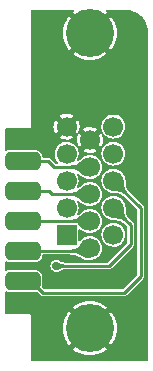
<source format=gbr>
G04 #@! TF.GenerationSoftware,KiCad,Pcbnew,(6.0.6-0)*
G04 #@! TF.CreationDate,2023-01-05T22:25:42-05:00*
G04 #@! TF.ProjectId,10DIN2VGA VGA Board,31304449-4e32-4564-9741-205647412042,1*
G04 #@! TF.SameCoordinates,Original*
G04 #@! TF.FileFunction,Copper,L2,Bot*
G04 #@! TF.FilePolarity,Positive*
%FSLAX46Y46*%
G04 Gerber Fmt 4.6, Leading zero omitted, Abs format (unit mm)*
G04 Created by KiCad (PCBNEW (6.0.6-0)) date 2023-01-05 22:25:42*
%MOMM*%
%LPD*%
G01*
G04 APERTURE LIST*
G04 Aperture macros list*
%AMRoundRect*
0 Rectangle with rounded corners*
0 $1 Rounding radius*
0 $2 $3 $4 $5 $6 $7 $8 $9 X,Y pos of 4 corners*
0 Add a 4 corners polygon primitive as box body*
4,1,4,$2,$3,$4,$5,$6,$7,$8,$9,$2,$3,0*
0 Add four circle primitives for the rounded corners*
1,1,$1+$1,$2,$3*
1,1,$1+$1,$4,$5*
1,1,$1+$1,$6,$7*
1,1,$1+$1,$8,$9*
0 Add four rect primitives between the rounded corners*
20,1,$1+$1,$2,$3,$4,$5,0*
20,1,$1+$1,$4,$5,$6,$7,0*
20,1,$1+$1,$6,$7,$8,$9,0*
20,1,$1+$1,$8,$9,$2,$3,0*%
G04 Aperture macros list end*
G04 #@! TA.AperFunction,SMDPad,CuDef*
%ADD10RoundRect,0.381000X-1.119000X-0.381000X1.119000X-0.381000X1.119000X0.381000X-1.119000X0.381000X0*%
G04 #@! TD*
G04 #@! TA.AperFunction,ComponentPad*
%ADD11R,1.700000X1.700000*%
G04 #@! TD*
G04 #@! TA.AperFunction,ComponentPad*
%ADD12C,1.700000*%
G04 #@! TD*
G04 #@! TA.AperFunction,ComponentPad*
%ADD13C,4.066000*%
G04 #@! TD*
G04 #@! TA.AperFunction,ViaPad*
%ADD14C,0.700000*%
G04 #@! TD*
G04 #@! TA.AperFunction,Conductor*
%ADD15C,0.250000*%
G04 #@! TD*
G04 APERTURE END LIST*
D10*
X139450000Y-113230000D03*
X139450000Y-103070000D03*
X139450000Y-110690000D03*
X139450000Y-105610000D03*
X139450000Y-108150000D03*
D11*
X143170000Y-109305000D03*
D12*
X143170000Y-107015000D03*
X143170000Y-104725000D03*
X143170000Y-102435000D03*
X143170000Y-100145000D03*
X145150000Y-110450000D03*
X145150000Y-108160000D03*
X145150000Y-105870000D03*
X145150000Y-103580000D03*
X145150000Y-101290000D03*
X147130000Y-109305000D03*
X147130000Y-107015000D03*
X147130000Y-104725000D03*
X147130000Y-102435000D03*
X147130000Y-100145000D03*
D13*
X145150000Y-92230000D03*
X145150000Y-117220000D03*
D14*
X142310000Y-111950000D03*
D15*
X147130000Y-104720000D02*
X149440000Y-107030000D01*
X141140001Y-114200000D02*
X140170001Y-113230000D01*
X149440000Y-107030000D02*
X149440000Y-112821721D01*
X149440000Y-112821721D02*
X148061721Y-114200000D01*
X148061721Y-114200000D02*
X141140001Y-114200000D01*
X140170001Y-113230000D02*
X139450000Y-113230000D01*
X148600000Y-108480000D02*
X147130000Y-107010000D01*
X148600000Y-110110000D02*
X148600000Y-108480000D01*
X142310000Y-111950000D02*
X146760000Y-111950000D01*
X146760000Y-111950000D02*
X148600000Y-110110000D01*
X142080000Y-103580000D02*
X145150000Y-103580000D01*
X141570000Y-103070000D02*
X142080000Y-103580000D01*
X139450000Y-103070000D02*
X141570000Y-103070000D01*
X139000000Y-103070000D02*
X139510000Y-103580000D01*
X145150000Y-110450000D02*
X144910000Y-110690000D01*
X144910000Y-110690000D02*
X139450000Y-110690000D01*
X141660000Y-105610000D02*
X141920000Y-105870000D01*
X141920000Y-105870000D02*
X145150000Y-105870000D01*
X141660000Y-105610000D02*
X139450000Y-105610000D01*
X145150000Y-108160000D02*
X139460000Y-108160000D01*
X139460000Y-108160000D02*
X139450000Y-108150000D01*
G04 #@! TA.AperFunction,Conductor*
G36*
X148190742Y-90272308D02*
G01*
X148200614Y-90274522D01*
X148209277Y-90272512D01*
X148218178Y-90272479D01*
X148218178Y-90272600D01*
X148226237Y-90271922D01*
X148437989Y-90284690D01*
X148448269Y-90285991D01*
X148513861Y-90298716D01*
X148676358Y-90330241D01*
X148686389Y-90332881D01*
X148786884Y-90366521D01*
X148906710Y-90406632D01*
X148916299Y-90410559D01*
X148990032Y-90446578D01*
X149125064Y-90512543D01*
X149134065Y-90517698D01*
X149327658Y-90646149D01*
X149335906Y-90652439D01*
X149511009Y-90805154D01*
X149518359Y-90812467D01*
X149654099Y-90966552D01*
X149671943Y-90986807D01*
X149678273Y-90995023D01*
X149807688Y-91187977D01*
X149812888Y-91196953D01*
X149915906Y-91405199D01*
X149919882Y-91414768D01*
X149994734Y-91634736D01*
X149997421Y-91644746D01*
X150042806Y-91872615D01*
X150044158Y-91882885D01*
X150057946Y-92094057D01*
X150057299Y-92102065D01*
X150057495Y-92102065D01*
X150057475Y-92110960D01*
X150055477Y-92119631D01*
X150057437Y-92128311D01*
X150057665Y-92129322D01*
X150059605Y-92146720D01*
X150059501Y-119890500D01*
X150041018Y-119941280D01*
X149994219Y-119968300D01*
X149980501Y-119969500D01*
X140239500Y-119969500D01*
X140188720Y-119951018D01*
X140161700Y-119904218D01*
X140160500Y-119890500D01*
X140160500Y-119003422D01*
X143725626Y-119003422D01*
X143727022Y-119008633D01*
X143755270Y-119033406D01*
X143759368Y-119036551D01*
X144003898Y-119199941D01*
X144008370Y-119202523D01*
X144272136Y-119332597D01*
X144276915Y-119334577D01*
X144555388Y-119429106D01*
X144560394Y-119430447D01*
X144848832Y-119487821D01*
X144853949Y-119488495D01*
X145147422Y-119507730D01*
X145152578Y-119507730D01*
X145446051Y-119488495D01*
X145451168Y-119487821D01*
X145739606Y-119430447D01*
X145744612Y-119429106D01*
X146023085Y-119334577D01*
X146027864Y-119332597D01*
X146291630Y-119202523D01*
X146296102Y-119199941D01*
X146540632Y-119036551D01*
X146544730Y-119033406D01*
X146568952Y-119012164D01*
X146574414Y-119002207D01*
X146573361Y-118996915D01*
X145159851Y-117583404D01*
X145149557Y-117578604D01*
X145143263Y-117580290D01*
X143730426Y-118993128D01*
X143725626Y-119003422D01*
X140160500Y-119003422D01*
X140160500Y-117222578D01*
X142862270Y-117222578D01*
X142881505Y-117516051D01*
X142882179Y-117521168D01*
X142939553Y-117809606D01*
X142940894Y-117814612D01*
X143035423Y-118093085D01*
X143037403Y-118097864D01*
X143167477Y-118361629D01*
X143170059Y-118366102D01*
X143333449Y-118610632D01*
X143336594Y-118614730D01*
X143357836Y-118638952D01*
X143367793Y-118644414D01*
X143373085Y-118643361D01*
X144786596Y-117229851D01*
X144790983Y-117220443D01*
X145508604Y-117220443D01*
X145510290Y-117226737D01*
X146923128Y-118639574D01*
X146933422Y-118644374D01*
X146938633Y-118642978D01*
X146963406Y-118614730D01*
X146966551Y-118610632D01*
X147129941Y-118366102D01*
X147132523Y-118361629D01*
X147262597Y-118097864D01*
X147264577Y-118093085D01*
X147359106Y-117814612D01*
X147360447Y-117809606D01*
X147417821Y-117521168D01*
X147418495Y-117516051D01*
X147437730Y-117222578D01*
X147437730Y-117217422D01*
X147418495Y-116923949D01*
X147417821Y-116918832D01*
X147360447Y-116630394D01*
X147359106Y-116625388D01*
X147264577Y-116346915D01*
X147262597Y-116342136D01*
X147132523Y-116078371D01*
X147129941Y-116073898D01*
X146966551Y-115829368D01*
X146963406Y-115825270D01*
X146942164Y-115801048D01*
X146932207Y-115795586D01*
X146926915Y-115796639D01*
X145513404Y-117210149D01*
X145508604Y-117220443D01*
X144790983Y-117220443D01*
X144791396Y-117219557D01*
X144789710Y-117213263D01*
X143376872Y-115800426D01*
X143366578Y-115795626D01*
X143361367Y-115797022D01*
X143336594Y-115825270D01*
X143333449Y-115829368D01*
X143170059Y-116073898D01*
X143167477Y-116078371D01*
X143037403Y-116342136D01*
X143035423Y-116346915D01*
X142940894Y-116625388D01*
X142939553Y-116630394D01*
X142882179Y-116918832D01*
X142881505Y-116923949D01*
X142862270Y-117217422D01*
X142862270Y-117222578D01*
X140160500Y-117222578D01*
X140160500Y-116225198D01*
X140160904Y-116218785D01*
X140164000Y-116210718D01*
X140161024Y-116184997D01*
X140160500Y-116175917D01*
X140160500Y-116170446D01*
X140159363Y-116165816D01*
X140159293Y-116165238D01*
X140157737Y-116156585D01*
X140156035Y-116141876D01*
X140156035Y-116141875D01*
X140154936Y-116132380D01*
X140149735Y-116124728D01*
X140149359Y-116123504D01*
X140148699Y-116122401D01*
X140146492Y-116113416D01*
X140130385Y-116095146D01*
X140124306Y-116087309D01*
X140115985Y-116075065D01*
X140115983Y-116075063D01*
X140110609Y-116067156D01*
X140102454Y-116062784D01*
X140101554Y-116061874D01*
X140100461Y-116061204D01*
X140094341Y-116054262D01*
X140085415Y-116050836D01*
X140085414Y-116050835D01*
X140071601Y-116045533D01*
X140062580Y-116041402D01*
X140047509Y-116033321D01*
X140047506Y-116033320D01*
X140041109Y-116029890D01*
X140038022Y-116029500D01*
X140035198Y-116029500D01*
X140028785Y-116029096D01*
X140020718Y-116026000D01*
X139995853Y-116028877D01*
X139994997Y-116028976D01*
X139985917Y-116029500D01*
X138049500Y-116029500D01*
X137998720Y-116011018D01*
X137971700Y-115964218D01*
X137970500Y-115950500D01*
X137970500Y-115437793D01*
X143725586Y-115437793D01*
X143726639Y-115443085D01*
X145140149Y-116856596D01*
X145150443Y-116861396D01*
X145156737Y-116859710D01*
X146569574Y-115446872D01*
X146574374Y-115436578D01*
X146572978Y-115431367D01*
X146544730Y-115406594D01*
X146540632Y-115403449D01*
X146296102Y-115240059D01*
X146291630Y-115237477D01*
X146027864Y-115107403D01*
X146023085Y-115105423D01*
X145744612Y-115010894D01*
X145739606Y-115009553D01*
X145451168Y-114952179D01*
X145446051Y-114951505D01*
X145152578Y-114932270D01*
X145147422Y-114932270D01*
X144853949Y-114951505D01*
X144848832Y-114952179D01*
X144560394Y-115009553D01*
X144555388Y-115010894D01*
X144276915Y-115105423D01*
X144272136Y-115107403D01*
X144008371Y-115237477D01*
X144003898Y-115240059D01*
X143759368Y-115403449D01*
X143755270Y-115406594D01*
X143731048Y-115427836D01*
X143725586Y-115437793D01*
X137970500Y-115437793D01*
X137970500Y-114166948D01*
X137988982Y-114116168D01*
X138035782Y-114089148D01*
X138078581Y-114093496D01*
X138195901Y-114139946D01*
X138195911Y-114139948D01*
X138200620Y-114141813D01*
X138205650Y-114142422D01*
X138205651Y-114142422D01*
X138219642Y-114144115D01*
X138288931Y-114152500D01*
X139449756Y-114152500D01*
X140611068Y-114152499D01*
X140642192Y-114148733D01*
X140694825Y-114160982D01*
X140707543Y-114171300D01*
X140901719Y-114365476D01*
X140904823Y-114369071D01*
X140906827Y-114373171D01*
X140912174Y-114378131D01*
X140941496Y-114405331D01*
X140943631Y-114407388D01*
X140956897Y-114420654D01*
X140959903Y-114422716D01*
X140961460Y-114424010D01*
X140964695Y-114426851D01*
X140984801Y-114445502D01*
X140991577Y-114448205D01*
X140991578Y-114448206D01*
X140996518Y-114450177D01*
X141011927Y-114458405D01*
X141016311Y-114461412D01*
X141022329Y-114465540D01*
X141029425Y-114467224D01*
X141029427Y-114467225D01*
X141048024Y-114471638D01*
X141059055Y-114475127D01*
X141072423Y-114480460D01*
X141083587Y-114484914D01*
X141089564Y-114485500D01*
X141097193Y-114485500D01*
X141115435Y-114487635D01*
X141125813Y-114490098D01*
X141133043Y-114489114D01*
X141133044Y-114489114D01*
X141154292Y-114486222D01*
X141164946Y-114485500D01*
X148010247Y-114485500D01*
X148014976Y-114485847D01*
X148019292Y-114487329D01*
X148066520Y-114485556D01*
X148069483Y-114485500D01*
X148088273Y-114485500D01*
X148091850Y-114484834D01*
X148093893Y-114484645D01*
X148098190Y-114484367D01*
X148118284Y-114483613D01*
X148118286Y-114483613D01*
X148125574Y-114483339D01*
X148137163Y-114478360D01*
X148153876Y-114473283D01*
X148159105Y-114472309D01*
X148159109Y-114472308D01*
X148166280Y-114470972D01*
X148188766Y-114457112D01*
X148199031Y-114451780D01*
X148213643Y-114445502D01*
X148223295Y-114441355D01*
X148227936Y-114437543D01*
X148233327Y-114432152D01*
X148247735Y-114420763D01*
X148250607Y-114418993D01*
X148250610Y-114418990D01*
X148256819Y-114415163D01*
X148274221Y-114392278D01*
X148281244Y-114384235D01*
X149605476Y-113060003D01*
X149609071Y-113056899D01*
X149613171Y-113054895D01*
X149645331Y-113020226D01*
X149647388Y-113018091D01*
X149660654Y-113004825D01*
X149662716Y-113001819D01*
X149664010Y-113000262D01*
X149666852Y-112997026D01*
X149680540Y-112982270D01*
X149685502Y-112976921D01*
X149690175Y-112965208D01*
X149698404Y-112949796D01*
X149705541Y-112939393D01*
X149711639Y-112913694D01*
X149715129Y-112902659D01*
X149724914Y-112878135D01*
X149725500Y-112872158D01*
X149725500Y-112864528D01*
X149727635Y-112846287D01*
X149728413Y-112843008D01*
X149730098Y-112835909D01*
X149726222Y-112807430D01*
X149725500Y-112796776D01*
X149725500Y-107081473D01*
X149725847Y-107076744D01*
X149727329Y-107072428D01*
X149725556Y-107025200D01*
X149725500Y-107022237D01*
X149725500Y-107003448D01*
X149724834Y-106999871D01*
X149724645Y-106997828D01*
X149724367Y-106993531D01*
X149723613Y-106973437D01*
X149723613Y-106973435D01*
X149723339Y-106966147D01*
X149718360Y-106954558D01*
X149713283Y-106937845D01*
X149712309Y-106932616D01*
X149712308Y-106932612D01*
X149710972Y-106925441D01*
X149697112Y-106902955D01*
X149691780Y-106892690D01*
X149688420Y-106884869D01*
X149681355Y-106868426D01*
X149677543Y-106863785D01*
X149672152Y-106858394D01*
X149660763Y-106843986D01*
X149658993Y-106841114D01*
X149658990Y-106841111D01*
X149655163Y-106834902D01*
X149632642Y-106817777D01*
X149632278Y-106817500D01*
X149624235Y-106810477D01*
X148547006Y-105733248D01*
X148534998Y-105717820D01*
X148530865Y-105710882D01*
X148530863Y-105710880D01*
X148528882Y-105707554D01*
X148513457Y-105690443D01*
X148413001Y-105579012D01*
X148406854Y-105571271D01*
X148399951Y-105561361D01*
X148331094Y-105462514D01*
X148325172Y-105452516D01*
X148277888Y-105357349D01*
X148273425Y-105346365D01*
X148244135Y-105255212D01*
X148241717Y-105245693D01*
X148240418Y-105238808D01*
X148223181Y-105147464D01*
X148222302Y-105141600D01*
X148222275Y-105141356D01*
X148209598Y-105027916D01*
X148209457Y-105026539D01*
X148203767Y-104965633D01*
X148197399Y-104897481D01*
X148197121Y-104894751D01*
X148197081Y-104894388D01*
X148196754Y-104891633D01*
X148178823Y-104750660D01*
X148178440Y-104748013D01*
X148178050Y-104745326D01*
X148177995Y-104744946D01*
X148177861Y-104744123D01*
X148176786Y-104738202D01*
X148145822Y-104583680D01*
X148144134Y-104576165D01*
X148143872Y-104575114D01*
X148141856Y-104567757D01*
X148126904Y-104517724D01*
X148093443Y-104405761D01*
X148092764Y-104403489D01*
X148091820Y-104401318D01*
X148091816Y-104401308D01*
X148080760Y-104375891D01*
X148077575Y-104367214D01*
X148069890Y-104341761D01*
X148069890Y-104341760D01*
X148068774Y-104338065D01*
X148055125Y-104312394D01*
X148001381Y-104211318D01*
X147975739Y-104163092D01*
X147968919Y-104154729D01*
X147852930Y-104012514D01*
X147850490Y-104009522D01*
X147838415Y-103999532D01*
X147700773Y-103885665D01*
X147700772Y-103885664D01*
X147697798Y-103883204D01*
X147679979Y-103873569D01*
X147614948Y-103838407D01*
X147523479Y-103788950D01*
X147334172Y-103730350D01*
X147137089Y-103709636D01*
X147133243Y-103709986D01*
X147133242Y-103709986D01*
X147085597Y-103714322D01*
X146939735Y-103727596D01*
X146936028Y-103728687D01*
X146753338Y-103782456D01*
X146753335Y-103782457D01*
X146749629Y-103783548D01*
X146746202Y-103785340D01*
X146746201Y-103785340D01*
X146742284Y-103787388D01*
X146574010Y-103875359D01*
X146571003Y-103877777D01*
X146571001Y-103877778D01*
X146563285Y-103883982D01*
X146419570Y-103999532D01*
X146408677Y-104012514D01*
X146313766Y-104125625D01*
X146292189Y-104151339D01*
X146290327Y-104154727D01*
X146290325Y-104154729D01*
X146208099Y-104304298D01*
X146196720Y-104324996D01*
X146136800Y-104513889D01*
X146114710Y-104710823D01*
X146118095Y-104751134D01*
X146130155Y-104894751D01*
X146131292Y-104908297D01*
X146185915Y-105098790D01*
X146276498Y-105275045D01*
X146399590Y-105430348D01*
X146550504Y-105558786D01*
X146553878Y-105560672D01*
X146553880Y-105560673D01*
X146631462Y-105604032D01*
X146723490Y-105655465D01*
X146727152Y-105656655D01*
X146727157Y-105656657D01*
X146786082Y-105675802D01*
X146798040Y-105680806D01*
X146816618Y-105690443D01*
X146820353Y-105691525D01*
X146820352Y-105691525D01*
X146964330Y-105733248D01*
X146980883Y-105738045D01*
X146981360Y-105738171D01*
X146981370Y-105738174D01*
X146987907Y-105739904D01*
X146987924Y-105739908D01*
X146988331Y-105740016D01*
X146988716Y-105740108D01*
X146988758Y-105740119D01*
X146988934Y-105740161D01*
X146988958Y-105740167D01*
X146989377Y-105740267D01*
X146996748Y-105741860D01*
X146997196Y-105741946D01*
X146997210Y-105741949D01*
X147051743Y-105752433D01*
X147151242Y-105771562D01*
X147151508Y-105771608D01*
X147151528Y-105771612D01*
X147156692Y-105772511D01*
X147156718Y-105772515D01*
X147156975Y-105772560D01*
X147157789Y-105772687D01*
X147158169Y-105772739D01*
X147158173Y-105772740D01*
X147163238Y-105773439D01*
X147163288Y-105773445D01*
X147163575Y-105773485D01*
X147263165Y-105785441D01*
X147304345Y-105790385D01*
X147304367Y-105790388D01*
X147304529Y-105790407D01*
X147305458Y-105790512D01*
X147306811Y-105790665D01*
X147306831Y-105790667D01*
X147306857Y-105790670D01*
X147307090Y-105790695D01*
X147307121Y-105790698D01*
X147307134Y-105790699D01*
X147307207Y-105790707D01*
X147308981Y-105790878D01*
X147310012Y-105790978D01*
X147310053Y-105790982D01*
X147310201Y-105790996D01*
X147439082Y-105802256D01*
X147440506Y-105802394D01*
X147531187Y-105812078D01*
X147553725Y-105814485D01*
X147559696Y-105815354D01*
X147657427Y-105833420D01*
X147667043Y-105835830D01*
X147757661Y-105864694D01*
X147768736Y-105869170D01*
X147863368Y-105916021D01*
X147873432Y-105921968D01*
X147981707Y-105997292D01*
X147989480Y-106003459D01*
X148114879Y-106116474D01*
X148114886Y-106116479D01*
X148117572Y-106118900D01*
X148120654Y-106120790D01*
X148120659Y-106120794D01*
X148129192Y-106126027D01*
X148143752Y-106137510D01*
X149131361Y-107125119D01*
X149154199Y-107174095D01*
X149154500Y-107180980D01*
X149154500Y-112670741D01*
X149136018Y-112721521D01*
X149131361Y-112726602D01*
X147966602Y-113891361D01*
X147917626Y-113914199D01*
X147910741Y-113914500D01*
X141290981Y-113914500D01*
X141240201Y-113896018D01*
X141235120Y-113891361D01*
X141125415Y-113781656D01*
X141102577Y-113732680D01*
X141102848Y-113716305D01*
X141110214Y-113655433D01*
X141110214Y-113655432D01*
X141110500Y-113653069D01*
X141110499Y-112806932D01*
X141099813Y-112718620D01*
X141045198Y-112580676D01*
X140955498Y-112462502D01*
X140837324Y-112372802D01*
X140773185Y-112347408D01*
X140704092Y-112320052D01*
X140704088Y-112320051D01*
X140699380Y-112318187D01*
X140694350Y-112317578D01*
X140694349Y-112317578D01*
X140663829Y-112313885D01*
X140611069Y-112307500D01*
X139450244Y-112307500D01*
X138288932Y-112307501D01*
X138274144Y-112309290D01*
X138205658Y-112317577D01*
X138205655Y-112317578D01*
X138200620Y-112318187D01*
X138195905Y-112320054D01*
X138195896Y-112320056D01*
X138078581Y-112366504D01*
X138024563Y-112368013D01*
X137982213Y-112334447D01*
X137970500Y-112293052D01*
X137970500Y-111943699D01*
X141794288Y-111943699D01*
X141813249Y-112088695D01*
X141872143Y-112222542D01*
X141875765Y-112226851D01*
X141920715Y-112280325D01*
X141966236Y-112334479D01*
X142087964Y-112415508D01*
X142227541Y-112459116D01*
X142277056Y-112460023D01*
X142368120Y-112461692D01*
X142368121Y-112461692D01*
X142373747Y-112461795D01*
X142514829Y-112423332D01*
X142524306Y-112417513D01*
X142538431Y-112411300D01*
X142538269Y-112410890D01*
X142541882Y-112409462D01*
X142545612Y-112408397D01*
X142569094Y-112396336D01*
X142597829Y-112381576D01*
X142597900Y-112381539D01*
X142597970Y-112381503D01*
X142600886Y-112379968D01*
X142601257Y-112379768D01*
X142601397Y-112379691D01*
X142603923Y-112378297D01*
X142603986Y-112378261D01*
X142604154Y-112378169D01*
X142655614Y-112349085D01*
X142658505Y-112347412D01*
X142703613Y-112320703D01*
X142704143Y-112320393D01*
X142741581Y-112298679D01*
X142744647Y-112296990D01*
X142773845Y-112281742D01*
X142779375Y-112279122D01*
X142803996Y-112268602D01*
X142811299Y-112265898D01*
X142836850Y-112257853D01*
X142844703Y-112255820D01*
X142877461Y-112249115D01*
X142884737Y-112247976D01*
X142894916Y-112246867D01*
X142930124Y-112243032D01*
X142936175Y-112242607D01*
X142978097Y-112241278D01*
X142993915Y-112240776D01*
X143008976Y-112237406D01*
X143026226Y-112235500D01*
X146708526Y-112235500D01*
X146713255Y-112235847D01*
X146717571Y-112237329D01*
X146764799Y-112235556D01*
X146767762Y-112235500D01*
X146786552Y-112235500D01*
X146790129Y-112234834D01*
X146792172Y-112234645D01*
X146796469Y-112234367D01*
X146816563Y-112233613D01*
X146816565Y-112233613D01*
X146823853Y-112233339D01*
X146835442Y-112228360D01*
X146852155Y-112223283D01*
X146857384Y-112222309D01*
X146857388Y-112222308D01*
X146864559Y-112220972D01*
X146887045Y-112207112D01*
X146897310Y-112201780D01*
X146899094Y-112201014D01*
X146921574Y-112191355D01*
X146926215Y-112187543D01*
X146931606Y-112182152D01*
X146946014Y-112170763D01*
X146948886Y-112168993D01*
X146948889Y-112168990D01*
X146955098Y-112165163D01*
X146972500Y-112142278D01*
X146979523Y-112134235D01*
X148765476Y-110348282D01*
X148769071Y-110345178D01*
X148773171Y-110343174D01*
X148805331Y-110308505D01*
X148807388Y-110306370D01*
X148820654Y-110293104D01*
X148822716Y-110290098D01*
X148824010Y-110288541D01*
X148826852Y-110285305D01*
X148840540Y-110270549D01*
X148845502Y-110265200D01*
X148850175Y-110253487D01*
X148858404Y-110238075D01*
X148865541Y-110227672D01*
X148871639Y-110201973D01*
X148875129Y-110190938D01*
X148884914Y-110166414D01*
X148885500Y-110160437D01*
X148885500Y-110152807D01*
X148887635Y-110134566D01*
X148888413Y-110131287D01*
X148890098Y-110124188D01*
X148886222Y-110095709D01*
X148885500Y-110085055D01*
X148885500Y-108531474D01*
X148885847Y-108526745D01*
X148887329Y-108522429D01*
X148885556Y-108475201D01*
X148885500Y-108472238D01*
X148885500Y-108453448D01*
X148884834Y-108449871D01*
X148884645Y-108447828D01*
X148884367Y-108443531D01*
X148883613Y-108423437D01*
X148883613Y-108423435D01*
X148883339Y-108416147D01*
X148878360Y-108404558D01*
X148873283Y-108387845D01*
X148872309Y-108382616D01*
X148872308Y-108382612D01*
X148870972Y-108375441D01*
X148857112Y-108352955D01*
X148851780Y-108342690D01*
X148843555Y-108323547D01*
X148841355Y-108318426D01*
X148837543Y-108313785D01*
X148832152Y-108308394D01*
X148820763Y-108293986D01*
X148818993Y-108291114D01*
X148818990Y-108291111D01*
X148815163Y-108284902D01*
X148792279Y-108267500D01*
X148784235Y-108260477D01*
X148547006Y-108023248D01*
X148534998Y-108007820D01*
X148530865Y-108000882D01*
X148530863Y-108000880D01*
X148528882Y-107997554D01*
X148513457Y-107980443D01*
X148413001Y-107869012D01*
X148406854Y-107861271D01*
X148403195Y-107856018D01*
X148331094Y-107752514D01*
X148325172Y-107742516D01*
X148277888Y-107647349D01*
X148273425Y-107636365D01*
X148244135Y-107545212D01*
X148241717Y-107535693D01*
X148240418Y-107528808D01*
X148223181Y-107437464D01*
X148222302Y-107431600D01*
X148222275Y-107431356D01*
X148209598Y-107317916D01*
X148209457Y-107316539D01*
X148207240Y-107292802D01*
X148197399Y-107187481D01*
X148197121Y-107184751D01*
X148197081Y-107184388D01*
X148196754Y-107181633D01*
X148178823Y-107040660D01*
X148177995Y-107034946D01*
X148177861Y-107034123D01*
X148176786Y-107028202D01*
X148145822Y-106873680D01*
X148144134Y-106866165D01*
X148143872Y-106865114D01*
X148143131Y-106862408D01*
X148141982Y-106858217D01*
X148141856Y-106857757D01*
X148137741Y-106843986D01*
X148093443Y-106695761D01*
X148092764Y-106693489D01*
X148091820Y-106691318D01*
X148091816Y-106691308D01*
X148080760Y-106665891D01*
X148077575Y-106657214D01*
X148069890Y-106631761D01*
X148069890Y-106631760D01*
X148068774Y-106628065D01*
X148055125Y-106602394D01*
X148001381Y-106501318D01*
X147975739Y-106453092D01*
X147968919Y-106444729D01*
X147852930Y-106302514D01*
X147850490Y-106299522D01*
X147838415Y-106289532D01*
X147700773Y-106175665D01*
X147700772Y-106175664D01*
X147697798Y-106173204D01*
X147679979Y-106163569D01*
X147620511Y-106131415D01*
X147523479Y-106078950D01*
X147334172Y-106020350D01*
X147137089Y-105999636D01*
X147133243Y-105999986D01*
X147133242Y-105999986D01*
X147095080Y-106003459D01*
X146939735Y-106017596D01*
X146936028Y-106018687D01*
X146753338Y-106072456D01*
X146753335Y-106072457D01*
X146749629Y-106073548D01*
X146746202Y-106075340D01*
X146746201Y-106075340D01*
X146742284Y-106077388D01*
X146574010Y-106165359D01*
X146571003Y-106167777D01*
X146571001Y-106167778D01*
X146563285Y-106173982D01*
X146419570Y-106289532D01*
X146408677Y-106302514D01*
X146313766Y-106415625D01*
X146292189Y-106441339D01*
X146290327Y-106444727D01*
X146290325Y-106444729D01*
X146208099Y-106594298D01*
X146196720Y-106614996D01*
X146136800Y-106803889D01*
X146114710Y-107000823D01*
X146118095Y-107041134D01*
X146130155Y-107184751D01*
X146131292Y-107198297D01*
X146185915Y-107388790D01*
X146276498Y-107565045D01*
X146399590Y-107720348D01*
X146550504Y-107848786D01*
X146553878Y-107850672D01*
X146553880Y-107850673D01*
X146631462Y-107894032D01*
X146723490Y-107945465D01*
X146727152Y-107946655D01*
X146727157Y-107946657D01*
X146786082Y-107965802D01*
X146798040Y-107970806D01*
X146816618Y-107980443D01*
X146820353Y-107981525D01*
X146820352Y-107981525D01*
X146964330Y-108023248D01*
X146980883Y-108028045D01*
X146981360Y-108028171D01*
X146981370Y-108028174D01*
X146987907Y-108029904D01*
X146987924Y-108029908D01*
X146988331Y-108030016D01*
X146988716Y-108030108D01*
X146988758Y-108030119D01*
X146988934Y-108030161D01*
X146988958Y-108030167D01*
X146989377Y-108030267D01*
X146996748Y-108031860D01*
X146997196Y-108031946D01*
X146997210Y-108031949D01*
X147051743Y-108042433D01*
X147151242Y-108061562D01*
X147151508Y-108061608D01*
X147151528Y-108061612D01*
X147156692Y-108062511D01*
X147156718Y-108062515D01*
X147156975Y-108062560D01*
X147157789Y-108062687D01*
X147158169Y-108062739D01*
X147158173Y-108062740D01*
X147163238Y-108063439D01*
X147163288Y-108063445D01*
X147163575Y-108063485D01*
X147263165Y-108075441D01*
X147304345Y-108080385D01*
X147304367Y-108080388D01*
X147304529Y-108080407D01*
X147305458Y-108080512D01*
X147306811Y-108080665D01*
X147306831Y-108080667D01*
X147306857Y-108080670D01*
X147307090Y-108080695D01*
X147307121Y-108080698D01*
X147307134Y-108080699D01*
X147307207Y-108080707D01*
X147308981Y-108080878D01*
X147310012Y-108080978D01*
X147310053Y-108080982D01*
X147310201Y-108080996D01*
X147439082Y-108092256D01*
X147440506Y-108092394D01*
X147531187Y-108102078D01*
X147553725Y-108104485D01*
X147559696Y-108105354D01*
X147657427Y-108123420D01*
X147667043Y-108125830D01*
X147757661Y-108154694D01*
X147768736Y-108159170D01*
X147863368Y-108206021D01*
X147873432Y-108211968D01*
X147981707Y-108287292D01*
X147989480Y-108293459D01*
X148114879Y-108406474D01*
X148114886Y-108406479D01*
X148117572Y-108408900D01*
X148120654Y-108410790D01*
X148120659Y-108410794D01*
X148129192Y-108416027D01*
X148143752Y-108427510D01*
X148291361Y-108575119D01*
X148314199Y-108624095D01*
X148314500Y-108630980D01*
X148314500Y-109959020D01*
X148296018Y-110009800D01*
X148291361Y-110014881D01*
X146664881Y-111641361D01*
X146615905Y-111664199D01*
X146609020Y-111664500D01*
X143025699Y-111664500D01*
X143007839Y-111662455D01*
X142997696Y-111660101D01*
X142997695Y-111660101D01*
X142993917Y-111659224D01*
X142977782Y-111658712D01*
X142936174Y-111657392D01*
X142930124Y-111656967D01*
X142894916Y-111653132D01*
X142884737Y-111652023D01*
X142877461Y-111650884D01*
X142844703Y-111644179D01*
X142836850Y-111642146D01*
X142811299Y-111634101D01*
X142803996Y-111631398D01*
X142779360Y-111620871D01*
X142773849Y-111618259D01*
X142744610Y-111602990D01*
X142741580Y-111601322D01*
X142704244Y-111579667D01*
X142703793Y-111579403D01*
X142658505Y-111552587D01*
X142655614Y-111550914D01*
X142652543Y-111549178D01*
X142604366Y-111521950D01*
X142604154Y-111521830D01*
X142603986Y-111521738D01*
X142603923Y-111521702D01*
X142601397Y-111520308D01*
X142601359Y-111520287D01*
X142601257Y-111520231D01*
X142600886Y-111520031D01*
X142597968Y-111518495D01*
X142545610Y-111491602D01*
X142543517Y-111490812D01*
X142541448Y-111489894D01*
X142541496Y-111489785D01*
X142536216Y-111487117D01*
X142536161Y-111487236D01*
X142531061Y-111484879D01*
X142526332Y-111481814D01*
X142427662Y-111452305D01*
X142391621Y-111441526D01*
X142391619Y-111441526D01*
X142386233Y-111439915D01*
X142313711Y-111439472D01*
X142245630Y-111439056D01*
X142245628Y-111439056D01*
X142240005Y-111439022D01*
X142099404Y-111479206D01*
X142034855Y-111519933D01*
X141983232Y-111552505D01*
X141975732Y-111557237D01*
X141972011Y-111561450D01*
X141972010Y-111561451D01*
X141882658Y-111662622D01*
X141878932Y-111666841D01*
X141816786Y-111799209D01*
X141794288Y-111943699D01*
X137970500Y-111943699D01*
X137970500Y-111626948D01*
X137988982Y-111576168D01*
X138035782Y-111549148D01*
X138078581Y-111553496D01*
X138195901Y-111599946D01*
X138195911Y-111599948D01*
X138200620Y-111601813D01*
X138205650Y-111602422D01*
X138205651Y-111602422D01*
X138236171Y-111606115D01*
X138288931Y-111612500D01*
X139449756Y-111612500D01*
X140611068Y-111612499D01*
X140625856Y-111610710D01*
X140694342Y-111602423D01*
X140694345Y-111602422D01*
X140699380Y-111601813D01*
X140837324Y-111547198D01*
X140955498Y-111457498D01*
X141045198Y-111339324D01*
X141068232Y-111281147D01*
X141097948Y-111206092D01*
X141097949Y-111206088D01*
X141099813Y-111201380D01*
X141110500Y-111113069D01*
X141110500Y-111054500D01*
X141128982Y-111003720D01*
X141175782Y-110976700D01*
X141189500Y-110975500D01*
X143452315Y-110975500D01*
X143471286Y-110977812D01*
X143478385Y-110979568D01*
X143483523Y-110980839D01*
X143487395Y-110981018D01*
X143487396Y-110981018D01*
X143535115Y-110983222D01*
X143677837Y-110989815D01*
X143686212Y-110990651D01*
X143840117Y-111014373D01*
X143849170Y-111016318D01*
X143974372Y-111050997D01*
X143982656Y-111053793D01*
X144092622Y-111097836D01*
X144098491Y-111100470D01*
X144128500Y-111115430D01*
X144205942Y-111154038D01*
X144208295Y-111155261D01*
X144321531Y-111216611D01*
X144322867Y-111217327D01*
X144323067Y-111217433D01*
X144324568Y-111218219D01*
X144446602Y-111281306D01*
X144451383Y-111283680D01*
X144451597Y-111283782D01*
X144451599Y-111283783D01*
X144451820Y-111283889D01*
X144451881Y-111283917D01*
X144452071Y-111284008D01*
X144452295Y-111284110D01*
X144452333Y-111284128D01*
X144455065Y-111285375D01*
X144457024Y-111286270D01*
X144592731Y-111345570D01*
X144593126Y-111345732D01*
X144593150Y-111345742D01*
X144595168Y-111346569D01*
X144599831Y-111348479D01*
X144600223Y-111348629D01*
X144600248Y-111348639D01*
X144600339Y-111348674D01*
X144600855Y-111348871D01*
X144601330Y-111349040D01*
X144601338Y-111349043D01*
X144607828Y-111351353D01*
X144607852Y-111351361D01*
X144608242Y-111351500D01*
X144766407Y-111403602D01*
X144774596Y-111406067D01*
X144775199Y-111406232D01*
X144775251Y-111406246D01*
X144775263Y-111406249D01*
X144775757Y-111406384D01*
X144776221Y-111406498D01*
X144776248Y-111406505D01*
X144783548Y-111408298D01*
X144783988Y-111408406D01*
X144837787Y-111420173D01*
X144919366Y-111438016D01*
X144926889Y-111440055D01*
X144928091Y-111440445D01*
X144931960Y-111441702D01*
X144935789Y-111442159D01*
X144935790Y-111442159D01*
X144937542Y-111442368D01*
X144945057Y-111443635D01*
X144965553Y-111448117D01*
X144967921Y-111448343D01*
X144967927Y-111448344D01*
X144993203Y-111450756D01*
X145005046Y-111451887D01*
X145009554Y-111451774D01*
X145020874Y-111452305D01*
X145085247Y-111459981D01*
X145124892Y-111464708D01*
X145124894Y-111464708D01*
X145128735Y-111465166D01*
X145326320Y-111449963D01*
X145517190Y-111396671D01*
X145640620Y-111334322D01*
X145690619Y-111309066D01*
X145690621Y-111309065D01*
X145694073Y-111307321D01*
X145809124Y-111217433D01*
X145847190Y-111187693D01*
X145847192Y-111187691D01*
X145850232Y-111185316D01*
X145912594Y-111113069D01*
X145977196Y-111038228D01*
X145977200Y-111038223D01*
X145979720Y-111035303D01*
X145981626Y-111031947D01*
X145981630Y-111031942D01*
X146075695Y-110866356D01*
X146077604Y-110862996D01*
X146078824Y-110859329D01*
X146138935Y-110678630D01*
X146138936Y-110678625D01*
X146140156Y-110674958D01*
X146164993Y-110478351D01*
X146165389Y-110450000D01*
X146150005Y-110293104D01*
X146146428Y-110256621D01*
X146146428Y-110256620D01*
X146146051Y-110252777D01*
X146130713Y-110201973D01*
X146117413Y-110157921D01*
X146088774Y-110063065D01*
X146086963Y-110059660D01*
X146086961Y-110059654D01*
X145997551Y-109891500D01*
X145995739Y-109888092D01*
X145968787Y-109855045D01*
X145897620Y-109767787D01*
X145870490Y-109734522D01*
X145858415Y-109724532D01*
X145720773Y-109610665D01*
X145720772Y-109610664D01*
X145717798Y-109608204D01*
X145699979Y-109598569D01*
X145573085Y-109529958D01*
X145543479Y-109513950D01*
X145354172Y-109455350D01*
X145157089Y-109434636D01*
X145153243Y-109434986D01*
X145153242Y-109434986D01*
X145105487Y-109439332D01*
X144959735Y-109452596D01*
X144956028Y-109453687D01*
X144773338Y-109507456D01*
X144773335Y-109507457D01*
X144769629Y-109508548D01*
X144594010Y-109600359D01*
X144591002Y-109602777D01*
X144590995Y-109602782D01*
X144476250Y-109695039D01*
X144470084Y-109699525D01*
X144457422Y-109707832D01*
X144450814Y-109714329D01*
X144447134Y-109717947D01*
X144443846Y-109720872D01*
X144442580Y-109722112D01*
X144439570Y-109724532D01*
X144437088Y-109727491D01*
X144436202Y-109728358D01*
X144432789Y-109732051D01*
X144411430Y-109753052D01*
X144369328Y-109794447D01*
X144345305Y-109818066D01*
X144341108Y-109822344D01*
X144340915Y-109822548D01*
X144340888Y-109822576D01*
X144340836Y-109822632D01*
X144340565Y-109822918D01*
X144336750Y-109827092D01*
X144331707Y-109832802D01*
X144318710Y-109847516D01*
X144271241Y-109873340D01*
X144218278Y-109862609D01*
X144184603Y-109820345D01*
X144180500Y-109795217D01*
X144180500Y-109290823D01*
X146114710Y-109290823D01*
X146131292Y-109488297D01*
X146185915Y-109678790D01*
X146276498Y-109855045D01*
X146399590Y-110010348D01*
X146550504Y-110138786D01*
X146553878Y-110140672D01*
X146553880Y-110140673D01*
X146592615Y-110162321D01*
X146723490Y-110235465D01*
X146727152Y-110236655D01*
X146727157Y-110236657D01*
X146831976Y-110270714D01*
X146911960Y-110296702D01*
X146915797Y-110297160D01*
X146915799Y-110297160D01*
X147104892Y-110319708D01*
X147104895Y-110319708D01*
X147108735Y-110320166D01*
X147306320Y-110304963D01*
X147497190Y-110251671D01*
X147631833Y-110183658D01*
X147670619Y-110164066D01*
X147670621Y-110164065D01*
X147674073Y-110162321D01*
X147830232Y-110040316D01*
X147900405Y-109959020D01*
X147957196Y-109893228D01*
X147957200Y-109893223D01*
X147959720Y-109890303D01*
X147961626Y-109886947D01*
X147961630Y-109886942D01*
X148051124Y-109729402D01*
X148057604Y-109717996D01*
X148060985Y-109707832D01*
X148118935Y-109533630D01*
X148118936Y-109533625D01*
X148120156Y-109529958D01*
X148122323Y-109512809D01*
X148132147Y-109435040D01*
X148144993Y-109333351D01*
X148145389Y-109305000D01*
X148126051Y-109107777D01*
X148116578Y-109076399D01*
X148069891Y-108921765D01*
X148068774Y-108918065D01*
X148066963Y-108914660D01*
X148066961Y-108914654D01*
X147977551Y-108746500D01*
X147975739Y-108743092D01*
X147968919Y-108734729D01*
X147852930Y-108592514D01*
X147850490Y-108589522D01*
X147838415Y-108579532D01*
X147700773Y-108465665D01*
X147700772Y-108465664D01*
X147697798Y-108463204D01*
X147679979Y-108453569D01*
X147631783Y-108427510D01*
X147523479Y-108368950D01*
X147334172Y-108310350D01*
X147137089Y-108289636D01*
X147133243Y-108289986D01*
X147133242Y-108289986D01*
X147095080Y-108293459D01*
X146939735Y-108307596D01*
X146936028Y-108308687D01*
X146753338Y-108362456D01*
X146753335Y-108362457D01*
X146749629Y-108363548D01*
X146746202Y-108365340D01*
X146746201Y-108365340D01*
X146735784Y-108370786D01*
X146574010Y-108455359D01*
X146571003Y-108457777D01*
X146571001Y-108457778D01*
X146549330Y-108475202D01*
X146419570Y-108579532D01*
X146292189Y-108731339D01*
X146290327Y-108734727D01*
X146290325Y-108734729D01*
X146208099Y-108884298D01*
X146196720Y-108904996D01*
X146136800Y-109093889D01*
X146114710Y-109290823D01*
X144180500Y-109290823D01*
X144180500Y-108881355D01*
X144198982Y-108830575D01*
X144245782Y-108803555D01*
X144299000Y-108812939D01*
X144308012Y-108819005D01*
X144386662Y-108880199D01*
X144386738Y-108880257D01*
X144387013Y-108880471D01*
X144387334Y-108880712D01*
X144387339Y-108880716D01*
X144388190Y-108881355D01*
X144391485Y-108883831D01*
X144392129Y-108884298D01*
X144397096Y-108887762D01*
X144528146Y-108975663D01*
X144534554Y-108979751D01*
X144534901Y-108979961D01*
X144534931Y-108979980D01*
X144535013Y-108980029D01*
X144535473Y-108980308D01*
X144542067Y-108984100D01*
X144542433Y-108984300D01*
X144542459Y-108984314D01*
X144588090Y-109009178D01*
X144692778Y-109066223D01*
X144708532Y-109072499D01*
X144713527Y-109074489D01*
X144722824Y-109078916D01*
X144743490Y-109090465D01*
X144747152Y-109091655D01*
X144747157Y-109091657D01*
X144869241Y-109131324D01*
X144931960Y-109151702D01*
X144935797Y-109152160D01*
X144935799Y-109152160D01*
X145124892Y-109174708D01*
X145124895Y-109174708D01*
X145128735Y-109175166D01*
X145326320Y-109159963D01*
X145517190Y-109106671D01*
X145611858Y-109058851D01*
X145690619Y-109019066D01*
X145690621Y-109019065D01*
X145694073Y-109017321D01*
X145816379Y-108921765D01*
X145847190Y-108897693D01*
X145847192Y-108897691D01*
X145850232Y-108895316D01*
X145921338Y-108812939D01*
X145977196Y-108748228D01*
X145977200Y-108748223D01*
X145979720Y-108745303D01*
X145981626Y-108741947D01*
X145981630Y-108741942D01*
X146075695Y-108576356D01*
X146077604Y-108572996D01*
X146091417Y-108531474D01*
X146138935Y-108388630D01*
X146138936Y-108388625D01*
X146140156Y-108384958D01*
X146142323Y-108367809D01*
X146152147Y-108290040D01*
X146164993Y-108188351D01*
X146165389Y-108160000D01*
X146146051Y-107962777D01*
X146088774Y-107773065D01*
X146086963Y-107769660D01*
X146086961Y-107769654D01*
X145997551Y-107601500D01*
X145995739Y-107598092D01*
X145968787Y-107565045D01*
X145872930Y-107447514D01*
X145870490Y-107444522D01*
X145864454Y-107439528D01*
X145720773Y-107320665D01*
X145720772Y-107320664D01*
X145717798Y-107318204D01*
X145543479Y-107223950D01*
X145354172Y-107165350D01*
X145157089Y-107144636D01*
X145153243Y-107144986D01*
X145153242Y-107144986D01*
X145105487Y-107149332D01*
X144959735Y-107162596D01*
X144956028Y-107163687D01*
X144773338Y-107217456D01*
X144773335Y-107217457D01*
X144769629Y-107218548D01*
X144722552Y-107243159D01*
X144709502Y-107248556D01*
X144692778Y-107253776D01*
X144542067Y-107335898D01*
X144535473Y-107339691D01*
X144535082Y-107339928D01*
X144534931Y-107340019D01*
X144534901Y-107340038D01*
X144534554Y-107340248D01*
X144528146Y-107344336D01*
X144397096Y-107432237D01*
X144392129Y-107435701D01*
X144391485Y-107436168D01*
X144387013Y-107439528D01*
X144274682Y-107526927D01*
X144272605Y-107528570D01*
X144272309Y-107528808D01*
X144272267Y-107528842D01*
X144272229Y-107528873D01*
X144270196Y-107530536D01*
X144186300Y-107600303D01*
X144170513Y-107613431D01*
X144169374Y-107614360D01*
X144166382Y-107616753D01*
X144164996Y-107617862D01*
X144113797Y-107635150D01*
X144063464Y-107615484D01*
X144037547Y-107568065D01*
X144046957Y-107517151D01*
X144089613Y-107442063D01*
X144097604Y-107427996D01*
X144098824Y-107424329D01*
X144158935Y-107243630D01*
X144158936Y-107243625D01*
X144160156Y-107239958D01*
X144162323Y-107222809D01*
X144172147Y-107145040D01*
X144184993Y-107043351D01*
X144185389Y-107015000D01*
X144166051Y-106817777D01*
X144156578Y-106786399D01*
X144128645Y-106693883D01*
X144108774Y-106628065D01*
X144106962Y-106624657D01*
X144106961Y-106624654D01*
X144046921Y-106511736D01*
X144039400Y-106458223D01*
X144068037Y-106412395D01*
X144119431Y-106395696D01*
X144166029Y-106412963D01*
X144169356Y-106415625D01*
X144170491Y-106416550D01*
X144238970Y-106473496D01*
X144270166Y-106499438D01*
X144270196Y-106499463D01*
X144272229Y-106501126D01*
X144272267Y-106501157D01*
X144272309Y-106501191D01*
X144272605Y-106501429D01*
X144274682Y-106503072D01*
X144387013Y-106590471D01*
X144391485Y-106593831D01*
X144392129Y-106594298D01*
X144397096Y-106597762D01*
X144528146Y-106685663D01*
X144534554Y-106689751D01*
X144534901Y-106689961D01*
X144534931Y-106689980D01*
X144535014Y-106690030D01*
X144535473Y-106690308D01*
X144542067Y-106694100D01*
X144542433Y-106694300D01*
X144542459Y-106694314D01*
X144545115Y-106695761D01*
X144692778Y-106776223D01*
X144713527Y-106784489D01*
X144722824Y-106788916D01*
X144743490Y-106800465D01*
X144747152Y-106801655D01*
X144747157Y-106801657D01*
X144835886Y-106830486D01*
X144931960Y-106861702D01*
X144935797Y-106862160D01*
X144935799Y-106862160D01*
X145124892Y-106884708D01*
X145124895Y-106884708D01*
X145128735Y-106885166D01*
X145326320Y-106869963D01*
X145341965Y-106865595D01*
X145467710Y-106830486D01*
X145517190Y-106816671D01*
X145611858Y-106768851D01*
X145690619Y-106729066D01*
X145690621Y-106729065D01*
X145694073Y-106727321D01*
X145833126Y-106618681D01*
X145847190Y-106607693D01*
X145847192Y-106607691D01*
X145850232Y-106605316D01*
X145913333Y-106532213D01*
X145977196Y-106458228D01*
X145977200Y-106458223D01*
X145979720Y-106455303D01*
X145981626Y-106451947D01*
X145981630Y-106451942D01*
X146075695Y-106286356D01*
X146077604Y-106282996D01*
X146106792Y-106195255D01*
X146138935Y-106098630D01*
X146138936Y-106098625D01*
X146140156Y-106094958D01*
X146141026Y-106088076D01*
X146146698Y-106043171D01*
X146164993Y-105898351D01*
X146165389Y-105870000D01*
X146146051Y-105672777D01*
X146088774Y-105483065D01*
X146086963Y-105479660D01*
X146086961Y-105479654D01*
X146002542Y-105320886D01*
X145995739Y-105308092D01*
X145968787Y-105275045D01*
X145872930Y-105157514D01*
X145870490Y-105154522D01*
X145864454Y-105149528D01*
X145720773Y-105030665D01*
X145720772Y-105030664D01*
X145717798Y-105028204D01*
X145543479Y-104933950D01*
X145354172Y-104875350D01*
X145157089Y-104854636D01*
X145153243Y-104854986D01*
X145153242Y-104854986D01*
X145105487Y-104859332D01*
X144959735Y-104872596D01*
X144956028Y-104873687D01*
X144773338Y-104927456D01*
X144773335Y-104927457D01*
X144769629Y-104928548D01*
X144722552Y-104953159D01*
X144709502Y-104958556D01*
X144692778Y-104963776D01*
X144542067Y-105045898D01*
X144535473Y-105049691D01*
X144535082Y-105049928D01*
X144534931Y-105050019D01*
X144534901Y-105050038D01*
X144534554Y-105050248D01*
X144528146Y-105054336D01*
X144397096Y-105142237D01*
X144392129Y-105145701D01*
X144391485Y-105146168D01*
X144387013Y-105149528D01*
X144274682Y-105236927D01*
X144272605Y-105238570D01*
X144272309Y-105238808D01*
X144272267Y-105238842D01*
X144272229Y-105238873D01*
X144270196Y-105240536D01*
X144171795Y-105322365D01*
X144170513Y-105323431D01*
X144169374Y-105324360D01*
X144166382Y-105326753D01*
X144164996Y-105327862D01*
X144113797Y-105345150D01*
X144063464Y-105325484D01*
X144037547Y-105278065D01*
X144046957Y-105227151D01*
X144089613Y-105152063D01*
X144097604Y-105137996D01*
X144109027Y-105103658D01*
X144158935Y-104953630D01*
X144158936Y-104953625D01*
X144160156Y-104949958D01*
X144162323Y-104932809D01*
X144172147Y-104855040D01*
X144184993Y-104753351D01*
X144185389Y-104725000D01*
X144166051Y-104527777D01*
X144156578Y-104496399D01*
X144128645Y-104403883D01*
X144108774Y-104338065D01*
X144106962Y-104334657D01*
X144106961Y-104334654D01*
X144046921Y-104221736D01*
X144039400Y-104168223D01*
X144068037Y-104122395D01*
X144119431Y-104105696D01*
X144166029Y-104122963D01*
X144169356Y-104125625D01*
X144170491Y-104126550D01*
X144218532Y-104166500D01*
X144270166Y-104209438D01*
X144270196Y-104209463D01*
X144272229Y-104211126D01*
X144272267Y-104211157D01*
X144272309Y-104211191D01*
X144272605Y-104211429D01*
X144274682Y-104213072D01*
X144387013Y-104300471D01*
X144391485Y-104303831D01*
X144392129Y-104304298D01*
X144397096Y-104307762D01*
X144528146Y-104395663D01*
X144534554Y-104399751D01*
X144534901Y-104399961D01*
X144534931Y-104399980D01*
X144535014Y-104400030D01*
X144535473Y-104400308D01*
X144542067Y-104404100D01*
X144542433Y-104404300D01*
X144542459Y-104404314D01*
X144545115Y-104405761D01*
X144692778Y-104486223D01*
X144713527Y-104494489D01*
X144722824Y-104498916D01*
X144743490Y-104510465D01*
X144747152Y-104511655D01*
X144747157Y-104511657D01*
X144869241Y-104551324D01*
X144931960Y-104571702D01*
X144935797Y-104572160D01*
X144935799Y-104572160D01*
X145124892Y-104594708D01*
X145124895Y-104594708D01*
X145128735Y-104595166D01*
X145326320Y-104579963D01*
X145341965Y-104575595D01*
X145377468Y-104565682D01*
X145517190Y-104526671D01*
X145611858Y-104478851D01*
X145690619Y-104439066D01*
X145690621Y-104439065D01*
X145694073Y-104437321D01*
X145833126Y-104328681D01*
X145847190Y-104317693D01*
X145847192Y-104317691D01*
X145850232Y-104315316D01*
X145878470Y-104282602D01*
X145977196Y-104168228D01*
X145977200Y-104168223D01*
X145979720Y-104165303D01*
X145981626Y-104161947D01*
X145981630Y-104161942D01*
X146075695Y-103996356D01*
X146077604Y-103992996D01*
X146081945Y-103979946D01*
X146138935Y-103808630D01*
X146138936Y-103808625D01*
X146140156Y-103804958D01*
X146141026Y-103798076D01*
X146146698Y-103753171D01*
X146164993Y-103608351D01*
X146165389Y-103580000D01*
X146146051Y-103382777D01*
X146088774Y-103193065D01*
X146086963Y-103189660D01*
X146086961Y-103189654D01*
X145997551Y-103021500D01*
X145995739Y-103018092D01*
X145968787Y-102985045D01*
X145872930Y-102867514D01*
X145870490Y-102864522D01*
X145864454Y-102859528D01*
X145720773Y-102740665D01*
X145720772Y-102740664D01*
X145717798Y-102738204D01*
X145543479Y-102643950D01*
X145354172Y-102585350D01*
X145157089Y-102564636D01*
X145153243Y-102564986D01*
X145153242Y-102564986D01*
X145105487Y-102569332D01*
X144959735Y-102582596D01*
X144956028Y-102583687D01*
X144773338Y-102637456D01*
X144773335Y-102637457D01*
X144769629Y-102638548D01*
X144722552Y-102663159D01*
X144709502Y-102668556D01*
X144692778Y-102673776D01*
X144542067Y-102755898D01*
X144535473Y-102759691D01*
X144535082Y-102759928D01*
X144534931Y-102760019D01*
X144534901Y-102760038D01*
X144534554Y-102760248D01*
X144528146Y-102764336D01*
X144397096Y-102852237D01*
X144392129Y-102855701D01*
X144391485Y-102856168D01*
X144387013Y-102859528D01*
X144274682Y-102946927D01*
X144272605Y-102948570D01*
X144272309Y-102948808D01*
X144272267Y-102948842D01*
X144272229Y-102948873D01*
X144270196Y-102950536D01*
X144186300Y-103020303D01*
X144170513Y-103033431D01*
X144169374Y-103034360D01*
X144166382Y-103036753D01*
X144164996Y-103037862D01*
X144113797Y-103055150D01*
X144063464Y-103035484D01*
X144037547Y-102988065D01*
X144046957Y-102937151D01*
X144089613Y-102862063D01*
X144097604Y-102847996D01*
X144108059Y-102816568D01*
X144158935Y-102663630D01*
X144158936Y-102663625D01*
X144160156Y-102659958D01*
X144162323Y-102642809D01*
X144172147Y-102565040D01*
X144184993Y-102463351D01*
X144185389Y-102435000D01*
X144183999Y-102420823D01*
X146114710Y-102420823D01*
X146131292Y-102618297D01*
X146170446Y-102754843D01*
X146182925Y-102798361D01*
X146185915Y-102808790D01*
X146276498Y-102985045D01*
X146399590Y-103140348D01*
X146550504Y-103268786D01*
X146553878Y-103270672D01*
X146553880Y-103270673D01*
X146631462Y-103314032D01*
X146723490Y-103365465D01*
X146727152Y-103366655D01*
X146727157Y-103366657D01*
X146849241Y-103406324D01*
X146911960Y-103426702D01*
X146915797Y-103427160D01*
X146915799Y-103427160D01*
X147104892Y-103449708D01*
X147104895Y-103449708D01*
X147108735Y-103450166D01*
X147306320Y-103434963D01*
X147497190Y-103381671D01*
X147591858Y-103333851D01*
X147670619Y-103294066D01*
X147670621Y-103294065D01*
X147674073Y-103292321D01*
X147830232Y-103170316D01*
X147929641Y-103055150D01*
X147957196Y-103023228D01*
X147957200Y-103023223D01*
X147959720Y-103020303D01*
X147961626Y-103016947D01*
X147961630Y-103016942D01*
X148049613Y-102862063D01*
X148057604Y-102847996D01*
X148068059Y-102816568D01*
X148118935Y-102663630D01*
X148118936Y-102663625D01*
X148120156Y-102659958D01*
X148122323Y-102642809D01*
X148132147Y-102565040D01*
X148144993Y-102463351D01*
X148145389Y-102435000D01*
X148126051Y-102237777D01*
X148122245Y-102225169D01*
X148069891Y-102051765D01*
X148068774Y-102048065D01*
X148066963Y-102044660D01*
X148066961Y-102044654D01*
X147977551Y-101876500D01*
X147975739Y-101873092D01*
X147970949Y-101867218D01*
X147852930Y-101722514D01*
X147850490Y-101719522D01*
X147838415Y-101709532D01*
X147700773Y-101595665D01*
X147700772Y-101595664D01*
X147697798Y-101593204D01*
X147679979Y-101583569D01*
X147607359Y-101544304D01*
X147523479Y-101498950D01*
X147334172Y-101440350D01*
X147137089Y-101419636D01*
X147133243Y-101419986D01*
X147133242Y-101419986D01*
X147085487Y-101424332D01*
X146939735Y-101437596D01*
X146936028Y-101438687D01*
X146753338Y-101492456D01*
X146753335Y-101492457D01*
X146749629Y-101493548D01*
X146574010Y-101585359D01*
X146571003Y-101587777D01*
X146571001Y-101587778D01*
X146561192Y-101595665D01*
X146419570Y-101709532D01*
X146391917Y-101742488D01*
X146305641Y-101845308D01*
X146292189Y-101861339D01*
X146290327Y-101864727D01*
X146290325Y-101864729D01*
X146283854Y-101876500D01*
X146196720Y-102034996D01*
X146136800Y-102223889D01*
X146114710Y-102420823D01*
X144183999Y-102420823D01*
X144166051Y-102237777D01*
X144162245Y-102225169D01*
X144573878Y-102225169D01*
X144574823Y-102228698D01*
X144574934Y-102228807D01*
X144619863Y-102258827D01*
X144626204Y-102262270D01*
X144805297Y-102339214D01*
X144812161Y-102341444D01*
X145002274Y-102384463D01*
X145009425Y-102385404D01*
X145204191Y-102393057D01*
X145211408Y-102392678D01*
X145404304Y-102364710D01*
X145411321Y-102363025D01*
X145595896Y-102300371D01*
X145602488Y-102297436D01*
X145719432Y-102231944D01*
X145726844Y-102223342D01*
X145726870Y-102221364D01*
X145725282Y-102218835D01*
X145159851Y-101653404D01*
X145149557Y-101648604D01*
X145143263Y-101650290D01*
X144578678Y-102214875D01*
X144573878Y-102225169D01*
X144162245Y-102225169D01*
X144109891Y-102051765D01*
X144108774Y-102048065D01*
X144106963Y-102044660D01*
X144106961Y-102044654D01*
X144017551Y-101876500D01*
X144015739Y-101873092D01*
X144010949Y-101867218D01*
X143892930Y-101722514D01*
X143890490Y-101719522D01*
X143878415Y-101709532D01*
X143740773Y-101595665D01*
X143740772Y-101595664D01*
X143737798Y-101593204D01*
X143719979Y-101583569D01*
X143647359Y-101544304D01*
X143563479Y-101498950D01*
X143374172Y-101440350D01*
X143177089Y-101419636D01*
X143173243Y-101419986D01*
X143173242Y-101419986D01*
X143125487Y-101424332D01*
X142979735Y-101437596D01*
X142976028Y-101438687D01*
X142793338Y-101492456D01*
X142793335Y-101492457D01*
X142789629Y-101493548D01*
X142614010Y-101585359D01*
X142611003Y-101587777D01*
X142611001Y-101587778D01*
X142601192Y-101595665D01*
X142459570Y-101709532D01*
X142431917Y-101742488D01*
X142345641Y-101845308D01*
X142332189Y-101861339D01*
X142330327Y-101864727D01*
X142330325Y-101864729D01*
X142323854Y-101876500D01*
X142236720Y-102034996D01*
X142176800Y-102223889D01*
X142154710Y-102420823D01*
X142171292Y-102618297D01*
X142210446Y-102754843D01*
X142222925Y-102798361D01*
X142225915Y-102808790D01*
X142316498Y-102985045D01*
X142439590Y-103140348D01*
X142451258Y-103150279D01*
X142457204Y-103155339D01*
X142483896Y-103202326D01*
X142474140Y-103255477D01*
X142432502Y-103289923D01*
X142406002Y-103294500D01*
X142230980Y-103294500D01*
X142180200Y-103276018D01*
X142175119Y-103271361D01*
X141808282Y-102904524D01*
X141805178Y-102900929D01*
X141803174Y-102896829D01*
X141768505Y-102864669D01*
X141766370Y-102862612D01*
X141753104Y-102849346D01*
X141750098Y-102847284D01*
X141748541Y-102845990D01*
X141745305Y-102843148D01*
X141730549Y-102829460D01*
X141725200Y-102824498D01*
X141713487Y-102819825D01*
X141698075Y-102811596D01*
X141687672Y-102804459D01*
X141661973Y-102798361D01*
X141650942Y-102794872D01*
X141626414Y-102785086D01*
X141620437Y-102784500D01*
X141612807Y-102784500D01*
X141594568Y-102782365D01*
X141584188Y-102779902D01*
X141576958Y-102780886D01*
X141576957Y-102780886D01*
X141555709Y-102783778D01*
X141545055Y-102784500D01*
X141189499Y-102784500D01*
X141138719Y-102766018D01*
X141111699Y-102719218D01*
X141110499Y-102705500D01*
X141110499Y-102646932D01*
X141103186Y-102586494D01*
X141100423Y-102563658D01*
X141100422Y-102563655D01*
X141099813Y-102558620D01*
X141045198Y-102420676D01*
X140955498Y-102302502D01*
X140837324Y-102212802D01*
X140780142Y-102190162D01*
X140704092Y-102160052D01*
X140704088Y-102160051D01*
X140699380Y-102158187D01*
X140694350Y-102157578D01*
X140694349Y-102157578D01*
X140663829Y-102153885D01*
X140611069Y-102147500D01*
X139450244Y-102147500D01*
X138288932Y-102147501D01*
X138274144Y-102149290D01*
X138205658Y-102157577D01*
X138205655Y-102157578D01*
X138200620Y-102158187D01*
X138195905Y-102160054D01*
X138195896Y-102160056D01*
X138078581Y-102206504D01*
X138024563Y-102208013D01*
X137982213Y-102174447D01*
X137970500Y-102133052D01*
X137970500Y-101080169D01*
X142593878Y-101080169D01*
X142594823Y-101083698D01*
X142594934Y-101083807D01*
X142639863Y-101113827D01*
X142646204Y-101117270D01*
X142825297Y-101194214D01*
X142832161Y-101196444D01*
X143022274Y-101239463D01*
X143029425Y-101240404D01*
X143224191Y-101248057D01*
X143231408Y-101247678D01*
X143424304Y-101219710D01*
X143431321Y-101218025D01*
X143615896Y-101155371D01*
X143622488Y-101152436D01*
X143739432Y-101086944D01*
X143746844Y-101078342D01*
X143746870Y-101076364D01*
X143745282Y-101073835D01*
X143179851Y-100508404D01*
X143169557Y-100503604D01*
X143163263Y-100505290D01*
X142598678Y-101069875D01*
X142593878Y-101080169D01*
X137970500Y-101080169D01*
X137970500Y-100379500D01*
X137988982Y-100328720D01*
X138035782Y-100301700D01*
X138049500Y-100300500D01*
X139964802Y-100300500D01*
X139971215Y-100300904D01*
X139979282Y-100304000D01*
X140005003Y-100301024D01*
X140014083Y-100300500D01*
X140019554Y-100300500D01*
X140024184Y-100299363D01*
X140024762Y-100299293D01*
X140033415Y-100297737D01*
X140048124Y-100296035D01*
X140048125Y-100296035D01*
X140057620Y-100294936D01*
X140065272Y-100289735D01*
X140066496Y-100289359D01*
X140067599Y-100288699D01*
X140076584Y-100286492D01*
X140094854Y-100270385D01*
X140102691Y-100264306D01*
X140114935Y-100255985D01*
X140114937Y-100255983D01*
X140122844Y-100250609D01*
X140127216Y-100242454D01*
X140128126Y-100241554D01*
X140128796Y-100240461D01*
X140135738Y-100234341D01*
X140140355Y-100222315D01*
X140144467Y-100211601D01*
X140148598Y-100202580D01*
X140156679Y-100187509D01*
X140156680Y-100187506D01*
X140160110Y-100181109D01*
X140160500Y-100178022D01*
X140160500Y-100175198D01*
X140160904Y-100168785D01*
X140164000Y-100160718D01*
X140161024Y-100134997D01*
X140160500Y-100125917D01*
X140160500Y-100119698D01*
X142065903Y-100119698D01*
X142078651Y-100314201D01*
X142079780Y-100321328D01*
X142127759Y-100510243D01*
X142130172Y-100517057D01*
X142211774Y-100694068D01*
X142215377Y-100700308D01*
X142226287Y-100715746D01*
X142235617Y-100722218D01*
X142239595Y-100721852D01*
X142806596Y-100154851D01*
X142810983Y-100145443D01*
X143528604Y-100145443D01*
X143530290Y-100151737D01*
X144095287Y-100716734D01*
X144111130Y-100724122D01*
X144149341Y-100762333D01*
X144154051Y-100816167D01*
X144147657Y-100832504D01*
X144131063Y-100864043D01*
X144128304Y-100870703D01*
X144070502Y-101056857D01*
X144069002Y-101063919D01*
X144046092Y-101257481D01*
X144045903Y-101264698D01*
X144058651Y-101459201D01*
X144059780Y-101466328D01*
X144107759Y-101655243D01*
X144110172Y-101662057D01*
X144191774Y-101839068D01*
X144195377Y-101845308D01*
X144206287Y-101860746D01*
X144215617Y-101867218D01*
X144219595Y-101866852D01*
X144786596Y-101299851D01*
X144790983Y-101290443D01*
X145508604Y-101290443D01*
X145510290Y-101296737D01*
X146075287Y-101861734D01*
X146085581Y-101866534D01*
X146087491Y-101866023D01*
X146089493Y-101863808D01*
X146157436Y-101742488D01*
X146160371Y-101735896D01*
X146223025Y-101551321D01*
X146224710Y-101544304D01*
X146252864Y-101350127D01*
X146253260Y-101345486D01*
X146254652Y-101292327D01*
X146254500Y-101287685D01*
X146236545Y-101092288D01*
X146235230Y-101085195D01*
X146182321Y-100897592D01*
X146179736Y-100890858D01*
X146093698Y-100716389D01*
X146085990Y-100711336D01*
X146081710Y-100711843D01*
X145513404Y-101280149D01*
X145508604Y-101290443D01*
X144790983Y-101290443D01*
X144791396Y-101289557D01*
X144789710Y-101283263D01*
X144223454Y-100717007D01*
X144211007Y-100711203D01*
X144172795Y-100672991D01*
X144168086Y-100619158D01*
X144175465Y-100601006D01*
X144177439Y-100597481D01*
X144180371Y-100590896D01*
X144243025Y-100406321D01*
X144244710Y-100399304D01*
X144250811Y-100357223D01*
X144573890Y-100357223D01*
X144573923Y-100359759D01*
X144575040Y-100361487D01*
X145140149Y-100926596D01*
X145150443Y-100931396D01*
X145156737Y-100929710D01*
X145720911Y-100365536D01*
X145725711Y-100355242D01*
X145724909Y-100352250D01*
X145724111Y-100351488D01*
X145654590Y-100307625D01*
X145648167Y-100304353D01*
X145467121Y-100232122D01*
X145460200Y-100230072D01*
X145269024Y-100192045D01*
X145261854Y-100191292D01*
X145066952Y-100188739D01*
X145059752Y-100189306D01*
X144867653Y-100222315D01*
X144860675Y-100224185D01*
X144677805Y-100291649D01*
X144671298Y-100294753D01*
X144581076Y-100348429D01*
X144573890Y-100357223D01*
X144250811Y-100357223D01*
X144272864Y-100205127D01*
X144273260Y-100200486D01*
X144274652Y-100147327D01*
X144274500Y-100142685D01*
X144273410Y-100130823D01*
X146114710Y-100130823D01*
X146115073Y-100135149D01*
X146128857Y-100299293D01*
X146131292Y-100328297D01*
X146185915Y-100518790D01*
X146276498Y-100695045D01*
X146399590Y-100850348D01*
X146550504Y-100978786D01*
X146723490Y-101075465D01*
X146727152Y-101076655D01*
X146727157Y-101076657D01*
X146841557Y-101113827D01*
X146911960Y-101136702D01*
X146915797Y-101137160D01*
X146915799Y-101137160D01*
X147104892Y-101159708D01*
X147104895Y-101159708D01*
X147108735Y-101160166D01*
X147306320Y-101144963D01*
X147497190Y-101091671D01*
X147591858Y-101043851D01*
X147670619Y-101004066D01*
X147670621Y-101004065D01*
X147674073Y-101002321D01*
X147830232Y-100880316D01*
X147885604Y-100816167D01*
X147957196Y-100733228D01*
X147957200Y-100733223D01*
X147959720Y-100730303D01*
X147961626Y-100726947D01*
X147961630Y-100726942D01*
X148055695Y-100561356D01*
X148057604Y-100557996D01*
X148058824Y-100554329D01*
X148118935Y-100373630D01*
X148118936Y-100373625D01*
X148120156Y-100369958D01*
X148121445Y-100359759D01*
X148128864Y-100301024D01*
X148144993Y-100173351D01*
X148145389Y-100145000D01*
X148129376Y-99981692D01*
X148126428Y-99951621D01*
X148126428Y-99951620D01*
X148126051Y-99947777D01*
X148068774Y-99758065D01*
X148066963Y-99754660D01*
X148066961Y-99754654D01*
X147977551Y-99586500D01*
X147975739Y-99583092D01*
X147968919Y-99574729D01*
X147852930Y-99432514D01*
X147850490Y-99429522D01*
X147838415Y-99419532D01*
X147700773Y-99305665D01*
X147700772Y-99305664D01*
X147697798Y-99303204D01*
X147679979Y-99293569D01*
X147660059Y-99282799D01*
X147523479Y-99208950D01*
X147334172Y-99150350D01*
X147137089Y-99129636D01*
X147133243Y-99129986D01*
X147133242Y-99129986D01*
X147085487Y-99134332D01*
X146939735Y-99147596D01*
X146936028Y-99148687D01*
X146753338Y-99202456D01*
X146753335Y-99202457D01*
X146749629Y-99203548D01*
X146746202Y-99205340D01*
X146746201Y-99205340D01*
X146735784Y-99210786D01*
X146574010Y-99295359D01*
X146571003Y-99297777D01*
X146571001Y-99297778D01*
X146561192Y-99305665D01*
X146419570Y-99419532D01*
X146408677Y-99432514D01*
X146295962Y-99566843D01*
X146292189Y-99571339D01*
X146290327Y-99574727D01*
X146290325Y-99574729D01*
X146283854Y-99586500D01*
X146196720Y-99744996D01*
X146136800Y-99933889D01*
X146114710Y-100130823D01*
X144273410Y-100130823D01*
X144256545Y-99947288D01*
X144255230Y-99940195D01*
X144202321Y-99752592D01*
X144199736Y-99745858D01*
X144113698Y-99571389D01*
X144105990Y-99566336D01*
X144101710Y-99566843D01*
X143533404Y-100135149D01*
X143528604Y-100145443D01*
X142810983Y-100145443D01*
X142811396Y-100144557D01*
X142809710Y-100138263D01*
X142243455Y-99572008D01*
X142233161Y-99567208D01*
X142231797Y-99567573D01*
X142229208Y-99570512D01*
X142151066Y-99719037D01*
X142148304Y-99725703D01*
X142090502Y-99911857D01*
X142089002Y-99918919D01*
X142066092Y-100112481D01*
X142065903Y-100119698D01*
X140160500Y-100119698D01*
X140160500Y-99212223D01*
X142593890Y-99212223D01*
X142593923Y-99214759D01*
X142595040Y-99216487D01*
X143160149Y-99781596D01*
X143170443Y-99786396D01*
X143176737Y-99784710D01*
X143740911Y-99220536D01*
X143745711Y-99210242D01*
X143744909Y-99207250D01*
X143744111Y-99206488D01*
X143674590Y-99162625D01*
X143668167Y-99159353D01*
X143487121Y-99087122D01*
X143480200Y-99085072D01*
X143289024Y-99047045D01*
X143281854Y-99046292D01*
X143086952Y-99043739D01*
X143079752Y-99044306D01*
X142887653Y-99077315D01*
X142880675Y-99079185D01*
X142697805Y-99146649D01*
X142691298Y-99149753D01*
X142601076Y-99203429D01*
X142593890Y-99212223D01*
X140160500Y-99212223D01*
X140160500Y-94013422D01*
X143725626Y-94013422D01*
X143727022Y-94018633D01*
X143755270Y-94043406D01*
X143759368Y-94046551D01*
X144003898Y-94209941D01*
X144008370Y-94212523D01*
X144272136Y-94342597D01*
X144276915Y-94344577D01*
X144555388Y-94439106D01*
X144560394Y-94440447D01*
X144848832Y-94497821D01*
X144853949Y-94498495D01*
X145147422Y-94517730D01*
X145152578Y-94517730D01*
X145446051Y-94498495D01*
X145451168Y-94497821D01*
X145739606Y-94440447D01*
X145744612Y-94439106D01*
X146023085Y-94344577D01*
X146027864Y-94342597D01*
X146291630Y-94212523D01*
X146296102Y-94209941D01*
X146540632Y-94046551D01*
X146544730Y-94043406D01*
X146568952Y-94022164D01*
X146574414Y-94012207D01*
X146573361Y-94006915D01*
X145159851Y-92593404D01*
X145149557Y-92588604D01*
X145143263Y-92590290D01*
X143730426Y-94003128D01*
X143725626Y-94013422D01*
X140160500Y-94013422D01*
X140160500Y-92232578D01*
X142862270Y-92232578D01*
X142881505Y-92526051D01*
X142882179Y-92531168D01*
X142939553Y-92819606D01*
X142940894Y-92824612D01*
X143035423Y-93103085D01*
X143037403Y-93107864D01*
X143167477Y-93371629D01*
X143170059Y-93376102D01*
X143333449Y-93620632D01*
X143336594Y-93624730D01*
X143357836Y-93648952D01*
X143367793Y-93654414D01*
X143373085Y-93653361D01*
X144786596Y-92239851D01*
X144790983Y-92230443D01*
X145508604Y-92230443D01*
X145510290Y-92236737D01*
X146923128Y-93649574D01*
X146933422Y-93654374D01*
X146938633Y-93652978D01*
X146963406Y-93624730D01*
X146966551Y-93620632D01*
X147129941Y-93376102D01*
X147132523Y-93371629D01*
X147262597Y-93107864D01*
X147264577Y-93103085D01*
X147359106Y-92824612D01*
X147360447Y-92819606D01*
X147417821Y-92531168D01*
X147418495Y-92526051D01*
X147437730Y-92232578D01*
X147437730Y-92227422D01*
X147418495Y-91933949D01*
X147417821Y-91928832D01*
X147360447Y-91640394D01*
X147359106Y-91635388D01*
X147264577Y-91356915D01*
X147262597Y-91352136D01*
X147132523Y-91088371D01*
X147129941Y-91083898D01*
X146966551Y-90839368D01*
X146963406Y-90835270D01*
X146942164Y-90811048D01*
X146932207Y-90805586D01*
X146926915Y-90806639D01*
X145513404Y-92220149D01*
X145508604Y-92230443D01*
X144790983Y-92230443D01*
X144791396Y-92229557D01*
X144789710Y-92223263D01*
X143376872Y-90810426D01*
X143366578Y-90805626D01*
X143361367Y-90807022D01*
X143336594Y-90835270D01*
X143333449Y-90839368D01*
X143170059Y-91083898D01*
X143167477Y-91088371D01*
X143037403Y-91352136D01*
X143035423Y-91356915D01*
X142940894Y-91635388D01*
X142939553Y-91640394D01*
X142882179Y-91928832D01*
X142881505Y-91933949D01*
X142862270Y-92227422D01*
X142862270Y-92232578D01*
X140160500Y-92232578D01*
X140160500Y-90349496D01*
X140178982Y-90298716D01*
X140225782Y-90271696D01*
X140239499Y-90270496D01*
X143712998Y-90270452D01*
X143763778Y-90288934D01*
X143790799Y-90335733D01*
X143781416Y-90388951D01*
X143761090Y-90412128D01*
X143755270Y-90416594D01*
X143731048Y-90437836D01*
X143725586Y-90447793D01*
X143726639Y-90453085D01*
X145140149Y-91866596D01*
X145150443Y-91871396D01*
X145156737Y-91869710D01*
X146569574Y-90456872D01*
X146574374Y-90446578D01*
X146572978Y-90441367D01*
X146544731Y-90416595D01*
X146538866Y-90412095D01*
X146509827Y-90366521D01*
X146516876Y-90312943D01*
X146556715Y-90276432D01*
X146586952Y-90270416D01*
X147960006Y-90270398D01*
X148173461Y-90270395D01*
X148190742Y-90272308D01*
G37*
G04 #@! TD.AperFunction*
G04 #@! TA.AperFunction,Conductor*
G36*
X144785674Y-102820943D02*
G01*
X145456570Y-103466111D01*
X145566231Y-103571567D01*
X145569819Y-103579771D01*
X145566231Y-103588433D01*
X145052513Y-104082451D01*
X144785674Y-104339057D01*
X144777335Y-104342322D01*
X144771966Y-104340898D01*
X144621255Y-104258775D01*
X144620336Y-104258218D01*
X144590926Y-104238492D01*
X144489286Y-104170317D01*
X144488642Y-104169850D01*
X144376311Y-104082451D01*
X144376015Y-104082213D01*
X144274582Y-103997864D01*
X144274544Y-103997832D01*
X144176258Y-103919195D01*
X144073451Y-103849021D01*
X143958273Y-103789914D01*
X143887153Y-103766046D01*
X143823278Y-103744609D01*
X143823275Y-103744608D01*
X143822872Y-103744473D01*
X143713834Y-103725016D01*
X143659758Y-103715366D01*
X143659754Y-103715366D01*
X143659398Y-103715302D01*
X143650763Y-103714856D01*
X143471096Y-103705573D01*
X143463011Y-103701724D01*
X143460000Y-103693889D01*
X143460000Y-103466111D01*
X143463427Y-103457838D01*
X143471096Y-103454427D01*
X143659030Y-103444716D01*
X143659398Y-103444697D01*
X143659754Y-103444633D01*
X143659758Y-103444633D01*
X143713834Y-103434983D01*
X143822872Y-103415526D01*
X143823275Y-103415391D01*
X143823278Y-103415390D01*
X143887153Y-103393953D01*
X143958273Y-103370085D01*
X144073451Y-103310978D01*
X144176258Y-103240804D01*
X144274544Y-103162167D01*
X144376015Y-103077786D01*
X144376311Y-103077548D01*
X144408926Y-103052172D01*
X144488642Y-102990149D01*
X144489286Y-102989682D01*
X144620336Y-102901781D01*
X144621255Y-102901224D01*
X144771966Y-102819102D01*
X144780870Y-102818153D01*
X144785674Y-102820943D01*
G37*
G04 #@! TD.AperFunction*
G04 #@! TA.AperFunction,Conductor*
G36*
X147383235Y-106724256D02*
G01*
X147923163Y-106732529D01*
X147931383Y-106736083D01*
X147934194Y-106740878D01*
X147983286Y-106905146D01*
X147983548Y-106906197D01*
X148014512Y-107060719D01*
X148014646Y-107061542D01*
X148032577Y-107202515D01*
X148032617Y-107202878D01*
X148044883Y-107334152D01*
X148058849Y-107459130D01*
X148081912Y-107581350D01*
X148121486Y-107704509D01*
X148121683Y-107704905D01*
X148121684Y-107704908D01*
X148184790Y-107831920D01*
X148184983Y-107832308D01*
X148185231Y-107832664D01*
X148251352Y-107927583D01*
X148279816Y-107968445D01*
X148310808Y-108002823D01*
X148405959Y-108108370D01*
X148408953Y-108116809D01*
X148405542Y-108124477D01*
X148244476Y-108285543D01*
X148236203Y-108288970D01*
X148228370Y-108285961D01*
X148089126Y-108160468D01*
X148088849Y-108160218D01*
X148037473Y-108124477D01*
X147953411Y-108065997D01*
X147953406Y-108065994D01*
X147953058Y-108065752D01*
X147952671Y-108065561D01*
X147952667Y-108065558D01*
X147825948Y-108002823D01*
X147825550Y-108002626D01*
X147702629Y-107963471D01*
X147580599Y-107940914D01*
X147580376Y-107940890D01*
X147580368Y-107940889D01*
X147515091Y-107933918D01*
X147455764Y-107927583D01*
X147324606Y-107916124D01*
X147324256Y-107916087D01*
X147229514Y-107904713D01*
X147183302Y-107899165D01*
X147182488Y-107899038D01*
X147095361Y-107882288D01*
X147027994Y-107869336D01*
X147026948Y-107869085D01*
X146862683Y-107821483D01*
X146855692Y-107815888D01*
X146854244Y-107810523D01*
X146836425Y-107061120D01*
X146828502Y-106727915D01*
X146831732Y-106719564D01*
X146840377Y-106715939D01*
X147383235Y-106724256D01*
G37*
G04 #@! TD.AperFunction*
G04 #@! TA.AperFunction,Conductor*
G36*
X144785674Y-107400943D02*
G01*
X145456570Y-108046111D01*
X145566231Y-108151567D01*
X145569819Y-108159771D01*
X145566231Y-108168433D01*
X145052513Y-108662451D01*
X144785674Y-108919057D01*
X144777335Y-108922322D01*
X144771966Y-108920898D01*
X144621255Y-108838775D01*
X144620336Y-108838218D01*
X144590926Y-108818491D01*
X144489286Y-108750317D01*
X144488642Y-108749850D01*
X144376311Y-108662451D01*
X144376015Y-108662213D01*
X144274582Y-108577864D01*
X144274544Y-108577832D01*
X144184891Y-108506102D01*
X144180571Y-108498257D01*
X144180500Y-108496966D01*
X144180500Y-108439194D01*
X144171187Y-108392376D01*
X144135714Y-108339286D01*
X144082624Y-108303813D01*
X144081495Y-108303588D01*
X144081494Y-108303588D01*
X144036375Y-108294613D01*
X144036373Y-108294613D01*
X144035806Y-108294500D01*
X143644169Y-108294500D01*
X143643565Y-108294484D01*
X143471096Y-108285573D01*
X143463011Y-108281724D01*
X143460000Y-108273889D01*
X143460000Y-108046111D01*
X143463427Y-108037838D01*
X143471096Y-108034427D01*
X143659030Y-108024716D01*
X143659398Y-108024697D01*
X143659754Y-108024633D01*
X143659758Y-108024633D01*
X143713834Y-108014983D01*
X143822872Y-107995526D01*
X143823275Y-107995391D01*
X143823278Y-107995390D01*
X143887153Y-107973953D01*
X143958273Y-107950085D01*
X144073451Y-107890978D01*
X144176258Y-107820804D01*
X144274544Y-107742167D01*
X144376015Y-107657786D01*
X144376311Y-107657548D01*
X144408926Y-107632172D01*
X144488642Y-107570149D01*
X144489286Y-107569682D01*
X144620336Y-107481781D01*
X144621255Y-107481224D01*
X144771966Y-107399102D01*
X144780870Y-107398153D01*
X144785674Y-107400943D01*
G37*
G04 #@! TD.AperFunction*
G04 #@! TA.AperFunction,Conductor*
G36*
X144587070Y-109823816D02*
G01*
X145017716Y-110048629D01*
X145547102Y-110324989D01*
X145552851Y-110331855D01*
X145551840Y-110341176D01*
X145422030Y-110567782D01*
X145063224Y-111194139D01*
X145013566Y-111280825D01*
X145006480Y-111286300D01*
X145000914Y-111286439D01*
X144819349Y-111246728D01*
X144818188Y-111246411D01*
X144660023Y-111194309D01*
X144658999Y-111193917D01*
X144523292Y-111134617D01*
X144522604Y-111134289D01*
X144400570Y-111071202D01*
X144400370Y-111071096D01*
X144376932Y-111058398D01*
X144283496Y-111007775D01*
X144163409Y-110947907D01*
X144163196Y-110947822D01*
X144163190Y-110947819D01*
X144092077Y-110919337D01*
X144031615Y-110895121D01*
X144031301Y-110895034D01*
X144031298Y-110895033D01*
X143879852Y-110853085D01*
X143879847Y-110853084D01*
X143879515Y-110852992D01*
X143698509Y-110825093D01*
X143666333Y-110823607D01*
X143491160Y-110815515D01*
X143483054Y-110811710D01*
X143480000Y-110803827D01*
X143480000Y-110576055D01*
X143483427Y-110567782D01*
X143491037Y-110564374D01*
X143616005Y-110557281D01*
X143660430Y-110554759D01*
X143660827Y-110554680D01*
X143660831Y-110554679D01*
X143730922Y-110540643D01*
X143807646Y-110525279D01*
X143821238Y-110519997D01*
X143927722Y-110478615D01*
X143927727Y-110478612D01*
X143928230Y-110478417D01*
X144028763Y-110416032D01*
X144029118Y-110415722D01*
X144029122Y-110415719D01*
X144115584Y-110340198D01*
X144115828Y-110339985D01*
X144196008Y-110252134D01*
X144275885Y-110154338D01*
X144361903Y-110048628D01*
X144362208Y-110048269D01*
X144460793Y-109936653D01*
X144461336Y-109936079D01*
X144573453Y-109825845D01*
X144581755Y-109822488D01*
X144587070Y-109823816D01*
G37*
G04 #@! TD.AperFunction*
G04 #@! TA.AperFunction,Conductor*
G36*
X142469994Y-111638818D02*
G01*
X142522352Y-111665711D01*
X142522723Y-111665911D01*
X142555192Y-111684262D01*
X142574183Y-111694995D01*
X142574387Y-111695114D01*
X142620267Y-111722282D01*
X142620306Y-111722305D01*
X142663231Y-111747201D01*
X142705628Y-111769341D01*
X142729586Y-111779578D01*
X142749810Y-111788220D01*
X142749819Y-111788223D01*
X142750078Y-111788334D01*
X142750352Y-111788420D01*
X142750354Y-111788421D01*
X142798880Y-111803700D01*
X142798883Y-111803701D01*
X142799160Y-111803788D01*
X142799448Y-111803847D01*
X142799452Y-111803848D01*
X142816338Y-111807304D01*
X142855454Y-111815311D01*
X142855725Y-111815341D01*
X142855728Y-111815341D01*
X142921316Y-111822488D01*
X142921326Y-111822489D01*
X142921540Y-111822512D01*
X142941449Y-111823143D01*
X142988671Y-111824641D01*
X142996831Y-111828328D01*
X143000000Y-111836335D01*
X143000000Y-112063665D01*
X142996573Y-112071938D01*
X142988671Y-112075359D01*
X142954767Y-112076434D01*
X142921540Y-112077487D01*
X142921326Y-112077510D01*
X142921316Y-112077511D01*
X142855728Y-112084658D01*
X142855725Y-112084658D01*
X142855454Y-112084688D01*
X142816338Y-112092695D01*
X142799452Y-112096151D01*
X142799448Y-112096152D01*
X142799160Y-112096211D01*
X142798883Y-112096298D01*
X142798880Y-112096299D01*
X142750354Y-112111578D01*
X142750078Y-112111665D01*
X142749819Y-112111776D01*
X142749810Y-112111779D01*
X142729586Y-112120421D01*
X142705628Y-112130658D01*
X142663231Y-112152798D01*
X142663116Y-112152865D01*
X142663110Y-112152868D01*
X142620306Y-112177694D01*
X142620267Y-112177717D01*
X142574387Y-112204885D01*
X142574183Y-112205004D01*
X142555192Y-112215737D01*
X142522723Y-112234088D01*
X142522352Y-112234288D01*
X142473837Y-112259208D01*
X142469994Y-112261182D01*
X142461069Y-112261914D01*
X142456538Y-112259208D01*
X142371797Y-112177717D01*
X142143769Y-111958433D01*
X142140181Y-111950229D01*
X142143769Y-111941567D01*
X142253198Y-111836335D01*
X142456538Y-111640792D01*
X142464877Y-111637527D01*
X142469994Y-111638818D01*
G37*
G04 #@! TD.AperFunction*
G04 #@! TA.AperFunction,Conductor*
G36*
X147383235Y-104434256D02*
G01*
X147923163Y-104442529D01*
X147931383Y-104446083D01*
X147934194Y-104450878D01*
X147983286Y-104615146D01*
X147983548Y-104616197D01*
X148014512Y-104770719D01*
X148014646Y-104771542D01*
X148032577Y-104912515D01*
X148032617Y-104912878D01*
X148044883Y-105044152D01*
X148058849Y-105169130D01*
X148081912Y-105291350D01*
X148121486Y-105414509D01*
X148121683Y-105414905D01*
X148121684Y-105414908D01*
X148184790Y-105541920D01*
X148184983Y-105542308D01*
X148185231Y-105542664D01*
X148251352Y-105637583D01*
X148279816Y-105678445D01*
X148310808Y-105712823D01*
X148405959Y-105818370D01*
X148408953Y-105826809D01*
X148405542Y-105834477D01*
X148244476Y-105995543D01*
X148236203Y-105998970D01*
X148228370Y-105995961D01*
X148089126Y-105870468D01*
X148088849Y-105870218D01*
X148037473Y-105834477D01*
X147953411Y-105775997D01*
X147953406Y-105775994D01*
X147953058Y-105775752D01*
X147952671Y-105775561D01*
X147952667Y-105775558D01*
X147825948Y-105712823D01*
X147825550Y-105712626D01*
X147702629Y-105673471D01*
X147580599Y-105650914D01*
X147580376Y-105650890D01*
X147580368Y-105650889D01*
X147515091Y-105643918D01*
X147455764Y-105637583D01*
X147324606Y-105626124D01*
X147324256Y-105626087D01*
X147229514Y-105614713D01*
X147183302Y-105609165D01*
X147182488Y-105609038D01*
X147095361Y-105592288D01*
X147027994Y-105579336D01*
X147026948Y-105579085D01*
X146862683Y-105531483D01*
X146855692Y-105525888D01*
X146854244Y-105520523D01*
X146836425Y-104771120D01*
X146828502Y-104437915D01*
X146831732Y-104429564D01*
X146840377Y-104425939D01*
X147383235Y-104434256D01*
G37*
G04 #@! TD.AperFunction*
G04 #@! TA.AperFunction,Conductor*
G36*
X144785674Y-105110943D02*
G01*
X145456570Y-105756111D01*
X145566231Y-105861567D01*
X145569819Y-105869771D01*
X145566231Y-105878433D01*
X145052513Y-106372451D01*
X144785674Y-106629057D01*
X144777335Y-106632322D01*
X144771966Y-106630898D01*
X144621255Y-106548775D01*
X144620336Y-106548218D01*
X144590926Y-106528491D01*
X144489286Y-106460317D01*
X144488642Y-106459850D01*
X144376311Y-106372451D01*
X144376015Y-106372213D01*
X144274582Y-106287864D01*
X144274544Y-106287832D01*
X144176258Y-106209195D01*
X144073451Y-106139021D01*
X143958273Y-106079914D01*
X143887153Y-106056046D01*
X143823278Y-106034609D01*
X143823275Y-106034608D01*
X143822872Y-106034473D01*
X143713834Y-106015016D01*
X143659758Y-106005366D01*
X143659754Y-106005366D01*
X143659398Y-106005302D01*
X143650763Y-106004856D01*
X143471096Y-105995573D01*
X143463011Y-105991724D01*
X143460000Y-105983889D01*
X143460000Y-105756111D01*
X143463427Y-105747838D01*
X143471096Y-105744427D01*
X143659030Y-105734716D01*
X143659398Y-105734697D01*
X143659754Y-105734633D01*
X143659758Y-105734633D01*
X143713834Y-105724983D01*
X143822872Y-105705526D01*
X143823275Y-105705391D01*
X143823278Y-105705390D01*
X143887153Y-105683953D01*
X143958273Y-105660085D01*
X144073451Y-105600978D01*
X144176258Y-105530804D01*
X144274544Y-105452167D01*
X144376015Y-105367786D01*
X144376311Y-105367548D01*
X144408926Y-105342172D01*
X144488642Y-105280149D01*
X144489286Y-105279682D01*
X144620336Y-105191781D01*
X144621255Y-105191224D01*
X144771966Y-105109102D01*
X144780870Y-105108153D01*
X144785674Y-105110943D01*
G37*
G04 #@! TD.AperFunction*
M02*

</source>
